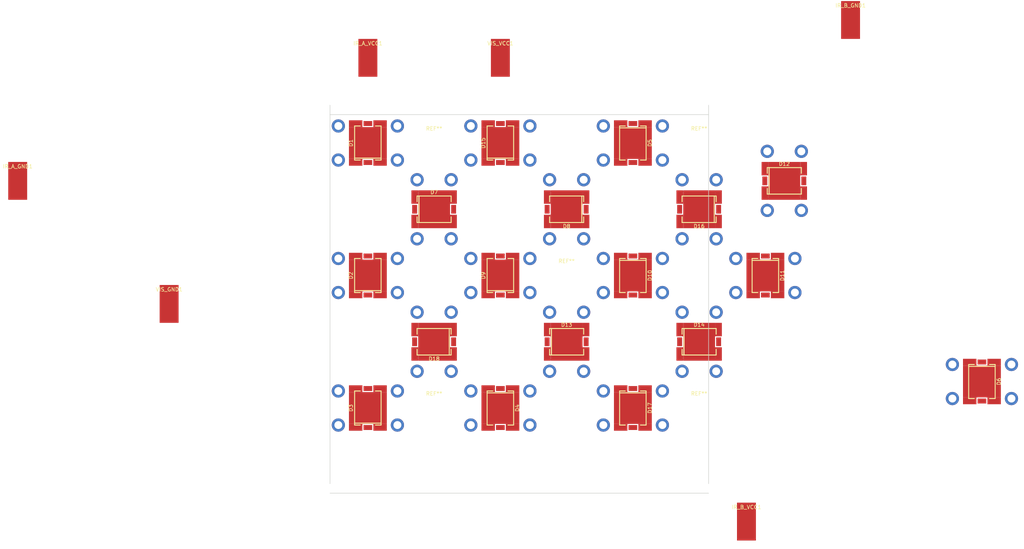
<source format=kicad_pcb>
(kicad_pcb (version 4) (host pcbnew 4.0.7+dfsg1-1~bpo9+1)

  (general
    (links 0)
    (no_connects 111)
    (area 99.924999 49.924999 200.075001 152.575001)
    (thickness 1.6)
    (drawings 4)
    (tracks 0)
    (zones 0)
    (modules 29)
    (nets 40)
  )

  (page A4)
  (layers
    (0 F.Cu signal)
    (31 B.Cu signal)
    (32 B.Adhes user)
    (33 F.Adhes user)
    (34 B.Paste user)
    (35 F.Paste user)
    (36 B.SilkS user)
    (37 F.SilkS user)
    (38 B.Mask user)
    (39 F.Mask user)
    (40 Dwgs.User user)
    (41 Cmts.User user)
    (42 Eco1.User user)
    (43 Eco2.User user)
    (44 Edge.Cuts user)
    (45 Margin user)
    (46 B.CrtYd user)
    (47 F.CrtYd user)
    (48 B.Fab user)
    (49 F.Fab user)
  )

  (setup
    (last_trace_width 0.25)
    (trace_clearance 0.2)
    (zone_clearance 0.508)
    (zone_45_only no)
    (trace_min 0.2)
    (segment_width 0.2)
    (edge_width 0.15)
    (via_size 0.6)
    (via_drill 0.4)
    (via_min_size 0.4)
    (via_min_drill 0.3)
    (uvia_size 0.3)
    (uvia_drill 0.1)
    (uvias_allowed no)
    (uvia_min_size 0.2)
    (uvia_min_drill 0.1)
    (pcb_text_width 0.3)
    (pcb_text_size 1.5 1.5)
    (mod_edge_width 0.15)
    (mod_text_size 1 1)
    (mod_text_width 0.15)
    (pad_size 1.524 1.524)
    (pad_drill 0.762)
    (pad_to_mask_clearance 0.2)
    (aux_axis_origin 0 0)
    (visible_elements FFFFFF7F)
    (pcbplotparams
      (layerselection 0x00030_80000001)
      (usegerberextensions false)
      (excludeedgelayer true)
      (linewidth 0.100000)
      (plotframeref false)
      (viasonmask false)
      (mode 1)
      (useauxorigin false)
      (hpglpennumber 1)
      (hpglpenspeed 20)
      (hpglpendiameter 15)
      (hpglpenoverlay 2)
      (psnegative false)
      (psa4output false)
      (plotreference true)
      (plotvalue true)
      (plotinvisibletext false)
      (padsonsilk false)
      (subtractmaskfromsilk false)
      (outputformat 1)
      (mirror false)
      (drillshape 1)
      (scaleselection 1)
      (outputdirectory ""))
  )

  (net 0 "")
  (net 1 "Net-(D1-Pad1)")
  (net 2 "Net-(D1-Pad2)")
  (net 3 "Net-(D1-Pad3)")
  (net 4 "Net-(D2-Pad1)")
  (net 5 "Net-(D2-Pad3)")
  (net 6 "Net-(D3-Pad1)")
  (net 7 "Net-(D3-Pad3)")
  (net 8 "Net-(D4-Pad1)")
  (net 9 "Net-(D4-Pad3)")
  (net 10 "Net-(D5-Pad1)")
  (net 11 "Net-(D5-Pad3)")
  (net 12 "Net-(D6-Pad1)")
  (net 13 "Net-(D6-Pad3)")
  (net 14 "Net-(D10-Pad2)")
  (net 15 "Net-(D7-Pad3)")
  (net 16 "Net-(D8-Pad3)")
  (net 17 "Net-(D9-Pad3)")
  (net 18 "Net-(D10-Pad1)")
  (net 19 "Net-(D10-Pad3)")
  (net 20 "Net-(D11-Pad1)")
  (net 21 "Net-(D11-Pad3)")
  (net 22 "Net-(D12-Pad1)")
  (net 23 "Net-(D12-Pad3)")
  (net 24 "Net-(D13-Pad1)")
  (net 25 "Net-(D13-Pad3)")
  (net 26 "Net-(D14-Pad1)")
  (net 27 "Net-(D14-Pad3)")
  (net 28 "Net-(D15-Pad1)")
  (net 29 "Net-(D15-Pad3)")
  (net 30 "Net-(D16-Pad1)")
  (net 31 "Net-(D16-Pad3)")
  (net 32 "Net-(D17-Pad1)")
  (net 33 "Net-(D17-Pad3)")
  (net 34 "Net-(D18-Pad1)")
  (net 35 "Net-(D18-Pad3)")
  (net 36 "Net-(D7-Pad1)")
  (net 37 "Net-(D8-Pad1)")
  (net 38 "Net-(D8-Pad2)")
  (net 39 "Net-(D15-Pad2)")

  (net_class Default "This is the default net class."
    (clearance 0.2)
    (trace_width 0.25)
    (via_dia 0.6)
    (via_drill 0.4)
    (uvia_dia 0.3)
    (uvia_drill 0.1)
    (add_net "Net-(D1-Pad1)")
    (add_net "Net-(D1-Pad2)")
    (add_net "Net-(D1-Pad3)")
    (add_net "Net-(D10-Pad1)")
    (add_net "Net-(D10-Pad2)")
    (add_net "Net-(D10-Pad3)")
    (add_net "Net-(D11-Pad1)")
    (add_net "Net-(D11-Pad3)")
    (add_net "Net-(D12-Pad1)")
    (add_net "Net-(D12-Pad3)")
    (add_net "Net-(D13-Pad1)")
    (add_net "Net-(D13-Pad3)")
    (add_net "Net-(D14-Pad1)")
    (add_net "Net-(D14-Pad3)")
    (add_net "Net-(D15-Pad1)")
    (add_net "Net-(D15-Pad2)")
    (add_net "Net-(D15-Pad3)")
    (add_net "Net-(D16-Pad1)")
    (add_net "Net-(D16-Pad3)")
    (add_net "Net-(D17-Pad1)")
    (add_net "Net-(D17-Pad3)")
    (add_net "Net-(D18-Pad1)")
    (add_net "Net-(D18-Pad3)")
    (add_net "Net-(D2-Pad1)")
    (add_net "Net-(D2-Pad3)")
    (add_net "Net-(D3-Pad1)")
    (add_net "Net-(D3-Pad3)")
    (add_net "Net-(D4-Pad1)")
    (add_net "Net-(D4-Pad3)")
    (add_net "Net-(D5-Pad1)")
    (add_net "Net-(D5-Pad3)")
    (add_net "Net-(D6-Pad1)")
    (add_net "Net-(D6-Pad3)")
    (add_net "Net-(D7-Pad1)")
    (add_net "Net-(D7-Pad3)")
    (add_net "Net-(D8-Pad1)")
    (add_net "Net-(D8-Pad2)")
    (add_net "Net-(D8-Pad3)")
    (add_net "Net-(D9-Pad3)")
  )

  (module Wire_Pads:SolderWirePad_single_SMD_5x10mm (layer F.Cu) (tedit 5640A485) (tstamp 5A9975DC)
    (at 17.5 70)
    (descr "Wire Pad, Square, SMD Pad,  5mm x 10mm,")
    (tags "MesurementPoint Square SMDPad 5mmx10mm ")
    (path /5A998D53)
    (attr smd)
    (fp_text reference IR_A_GND1 (at 0 -3.81) (layer F.SilkS)
      (effects (font (size 1 1) (thickness 0.15)))
    )
    (fp_text value Conn_01x01 (at 0 6.35) (layer F.Fab)
      (effects (font (size 1 1) (thickness 0.15)))
    )
    (fp_line (start 2.75 -5.25) (end -2.75 -5.25) (layer F.CrtYd) (width 0.05))
    (fp_line (start 2.75 5.25) (end 2.75 -5.25) (layer F.CrtYd) (width 0.05))
    (fp_line (start -2.75 5.25) (end 2.75 5.25) (layer F.CrtYd) (width 0.05))
    (fp_line (start -2.75 -5.25) (end -2.75 5.25) (layer F.CrtYd) (width 0.05))
    (pad 1 smd rect (at 0 0) (size 5 10) (layers F.Cu F.Paste F.Mask)
      (net 36 "Net-(D7-Pad1)"))
  )

  (module Wire_Pads:SolderWirePad_single_SMD_5x10mm (layer F.Cu) (tedit 5640A485) (tstamp 5A9975E1)
    (at 110 37.5)
    (descr "Wire Pad, Square, SMD Pad,  5mm x 10mm,")
    (tags "MesurementPoint Square SMDPad 5mmx10mm ")
    (path /5A998A4E)
    (attr smd)
    (fp_text reference IR_A_VCC1 (at 0 -3.81) (layer F.SilkS)
      (effects (font (size 1 1) (thickness 0.15)))
    )
    (fp_text value Conn_01x01 (at 0 6.35) (layer F.Fab)
      (effects (font (size 1 1) (thickness 0.15)))
    )
    (fp_line (start 2.75 -5.25) (end -2.75 -5.25) (layer F.CrtYd) (width 0.05))
    (fp_line (start 2.75 5.25) (end 2.75 -5.25) (layer F.CrtYd) (width 0.05))
    (fp_line (start -2.75 5.25) (end 2.75 5.25) (layer F.CrtYd) (width 0.05))
    (fp_line (start -2.75 -5.25) (end -2.75 5.25) (layer F.CrtYd) (width 0.05))
    (pad 1 smd rect (at 0 0) (size 5 10) (layers F.Cu F.Paste F.Mask)
      (net 2 "Net-(D1-Pad2)"))
  )

  (module Wire_Pads:SolderWirePad_single_SMD_5x10mm (layer F.Cu) (tedit 5640A485) (tstamp 5A9975E6)
    (at 237.5 27.5)
    (descr "Wire Pad, Square, SMD Pad,  5mm x 10mm,")
    (tags "MesurementPoint Square SMDPad 5mmx10mm ")
    (path /5A998E7D)
    (attr smd)
    (fp_text reference IR_B_GND1 (at 0 -3.81) (layer F.SilkS)
      (effects (font (size 1 1) (thickness 0.15)))
    )
    (fp_text value Conn_01x01 (at 0 6.35) (layer F.Fab)
      (effects (font (size 1 1) (thickness 0.15)))
    )
    (fp_line (start 2.75 -5.25) (end -2.75 -5.25) (layer F.CrtYd) (width 0.05))
    (fp_line (start 2.75 5.25) (end 2.75 -5.25) (layer F.CrtYd) (width 0.05))
    (fp_line (start -2.75 5.25) (end 2.75 5.25) (layer F.CrtYd) (width 0.05))
    (fp_line (start -2.75 -5.25) (end -2.75 5.25) (layer F.CrtYd) (width 0.05))
    (pad 1 smd rect (at 0 0) (size 5 10) (layers F.Cu F.Paste F.Mask)
      (net 26 "Net-(D14-Pad1)"))
  )

  (module Wire_Pads:SolderWirePad_single_SMD_5x10mm (layer F.Cu) (tedit 5640A485) (tstamp 5A9975EB)
    (at 210 160)
    (descr "Wire Pad, Square, SMD Pad,  5mm x 10mm,")
    (tags "MesurementPoint Square SMDPad 5mmx10mm ")
    (path /5A998DDC)
    (attr smd)
    (fp_text reference IR_B_VCC1 (at 0 -3.81) (layer F.SilkS)
      (effects (font (size 1 1) (thickness 0.15)))
    )
    (fp_text value Conn_01x01 (at 0 6.35) (layer F.Fab)
      (effects (font (size 1 1) (thickness 0.15)))
    )
    (fp_line (start 2.75 -5.25) (end -2.75 -5.25) (layer F.CrtYd) (width 0.05))
    (fp_line (start 2.75 5.25) (end 2.75 -5.25) (layer F.CrtYd) (width 0.05))
    (fp_line (start -2.75 5.25) (end 2.75 5.25) (layer F.CrtYd) (width 0.05))
    (fp_line (start -2.75 -5.25) (end -2.75 5.25) (layer F.CrtYd) (width 0.05))
    (pad 1 smd rect (at 0 0) (size 5 10) (layers F.Cu F.Paste F.Mask)
      (net 38 "Net-(D8-Pad2)"))
  )

  (module Wire_Pads:SolderWirePad_single_SMD_5x10mm (layer F.Cu) (tedit 5640A485) (tstamp 5A9975F0)
    (at 57.5 102.5)
    (descr "Wire Pad, Square, SMD Pad,  5mm x 10mm,")
    (tags "MesurementPoint Square SMDPad 5mmx10mm ")
    (path /5A9990DD)
    (attr smd)
    (fp_text reference VIS_GND1 (at 0 -3.81) (layer F.SilkS)
      (effects (font (size 1 1) (thickness 0.15)))
    )
    (fp_text value Conn_01x01 (at 0 6.35) (layer F.Fab)
      (effects (font (size 1 1) (thickness 0.15)))
    )
    (fp_line (start 2.75 -5.25) (end -2.75 -5.25) (layer F.CrtYd) (width 0.05))
    (fp_line (start 2.75 5.25) (end 2.75 -5.25) (layer F.CrtYd) (width 0.05))
    (fp_line (start -2.75 5.25) (end 2.75 5.25) (layer F.CrtYd) (width 0.05))
    (fp_line (start -2.75 -5.25) (end -2.75 5.25) (layer F.CrtYd) (width 0.05))
    (pad 1 smd rect (at 0 0) (size 5 10) (layers F.Cu F.Paste F.Mask)
      (net 34 "Net-(D18-Pad1)"))
  )

  (module Wire_Pads:SolderWirePad_single_SMD_5x10mm (layer F.Cu) (tedit 5640A485) (tstamp 5A9975F5)
    (at 145 37.5)
    (descr "Wire Pad, Square, SMD Pad,  5mm x 10mm,")
    (tags "MesurementPoint Square SMDPad 5mmx10mm ")
    (path /5A998FB7)
    (attr smd)
    (fp_text reference VIS_VCC1 (at 0 -3.81) (layer F.SilkS)
      (effects (font (size 1 1) (thickness 0.15)))
    )
    (fp_text value Conn_01x01 (at 0 6.35) (layer F.Fab)
      (effects (font (size 1 1) (thickness 0.15)))
    )
    (fp_line (start 2.75 -5.25) (end -2.75 -5.25) (layer F.CrtYd) (width 0.05))
    (fp_line (start 2.75 5.25) (end 2.75 -5.25) (layer F.CrtYd) (width 0.05))
    (fp_line (start -2.75 5.25) (end 2.75 5.25) (layer F.CrtYd) (width 0.05))
    (fp_line (start -2.75 -5.25) (end -2.75 5.25) (layer F.CrtYd) (width 0.05))
    (pad 1 smd rect (at 0 0) (size 5 10) (layers F.Cu F.Paste F.Mask)
      (net 39 "Net-(D15-Pad2)"))
  )

  (module FORT:OSRAM_Platinium_Dragon_Reflector (layer F.Cu) (tedit 5A997B50) (tstamp 5A9975D7)
    (at 127.5 112.5)
    (path /5A998189)
    (fp_text reference D18 (at 0 4.5) (layer F.SilkS)
      (effects (font (size 1 1) (thickness 0.15)))
    )
    (fp_text value "White 4000K 3W" (at 0 -4.6) (layer F.Fab)
      (effects (font (size 1 1) (thickness 0.15)))
    )
    (fp_circle (center 0 0) (end 11 0) (layer Cmts.User) (width 0.25))
    (fp_line (start 4 3.5) (end 4 -3.5) (layer F.SilkS) (width 0.25))
    (fp_line (start 4.5 3.5) (end 4.5 2) (layer F.SilkS) (width 0.25))
    (fp_line (start -4.5 3.5) (end 4.5 3.5) (layer F.SilkS) (width 0.25))
    (fp_line (start -4.5 2) (end -4.5 3.5) (layer F.SilkS) (width 0.25))
    (fp_line (start 4.5 -3.5) (end 4.5 -2) (layer F.SilkS) (width 0.25))
    (fp_line (start -4.5 -3.5) (end 4.5 -3.5) (layer F.SilkS) (width 0.25))
    (fp_line (start -4.5 -2) (end -4.5 -3.5) (layer F.SilkS) (width 0.25))
    (fp_line (start -3.5 3) (end -3.5 -3) (layer Cmts.User) (width 0.15))
    (fp_line (start 3.5 3) (end -3.5 3) (layer Cmts.User) (width 0.15))
    (fp_line (start 3.5 -3) (end 3.5 3) (layer Cmts.User) (width 0.15))
    (fp_line (start -3.5 -3) (end 3.5 -3) (layer Cmts.User) (width 0.15))
    (pad 2 smd rect (at -5.15 0) (size 1.3 2.3) (layers F.Cu F.Paste F.Mask)
      (net 32 "Net-(D17-Pad1)") (solder_mask_margin 0.3))
    (pad 1 smd rect (at 5.15 0) (size 1.3 2.3) (layers F.Cu F.Paste F.Mask)
      (net 34 "Net-(D18-Pad1)") (solder_mask_margin 0.3))
    (pad 3 smd circle (at 0 0) (size 2.5 2.5) (layers F.Paste F.Mask)
      (net 35 "Net-(D18-Pad3)") (solder_mask_margin 0.75))
    (pad 3 smd rect (at 0 0) (size 8.4 10) (layers F.Cu)
      (net 35 "Net-(D18-Pad3)"))
    (pad 3 smd rect (at -5.1 3.225) (size 1.8 3.55) (layers F.Cu)
      (net 35 "Net-(D18-Pad3)"))
    (pad 3 smd rect (at 5.1 -3.225) (size 1.8 3.55) (layers F.Cu)
      (net 35 "Net-(D18-Pad3)"))
    (pad 3 smd rect (at -5.1 -3.225) (size 1.8 3.55) (layers F.Cu)
      (net 35 "Net-(D18-Pad3)"))
    (pad 3 smd rect (at 5.1 3.225) (size 1.8 3.55) (layers F.Cu)
      (net 35 "Net-(D18-Pad3)"))
    (pad "" np_thru_hole circle (at -4.5 7.8) (size 3.5 3.5) (drill 2.1) (layers *.Cu *.Mask))
    (pad "" np_thru_hole circle (at 4.5 -7.8) (size 3.5 3.5) (drill 2.1) (layers *.Cu *.Mask))
    (pad "" np_thru_hole circle (at -4.5 -7.8 90) (size 3.5 3.5) (drill 2.1) (layers *.Cu *.Mask))
    (pad "" np_thru_hole circle (at 4.5 7.8) (size 3.5 3.5) (drill 2.1) (layers *.Cu *.Mask))
  )

  (module FORT:OSRAM_Platinium_Dragon_Reflector (layer F.Cu) (tedit 5A997B50) (tstamp 5A9975BB)
    (at 180 130 90)
    (path /5A998181)
    (fp_text reference D17 (at 0 4.5 90) (layer F.SilkS)
      (effects (font (size 1 1) (thickness 0.15)))
    )
    (fp_text value "White 4000K 3W" (at 0 -4.6 90) (layer F.Fab)
      (effects (font (size 1 1) (thickness 0.15)))
    )
    (fp_circle (center 0 0) (end 11 0) (layer Cmts.User) (width 0.25))
    (fp_line (start 4 3.5) (end 4 -3.5) (layer F.SilkS) (width 0.25))
    (fp_line (start 4.5 3.5) (end 4.5 2) (layer F.SilkS) (width 0.25))
    (fp_line (start -4.5 3.5) (end 4.5 3.5) (layer F.SilkS) (width 0.25))
    (fp_line (start -4.5 2) (end -4.5 3.5) (layer F.SilkS) (width 0.25))
    (fp_line (start 4.5 -3.5) (end 4.5 -2) (layer F.SilkS) (width 0.25))
    (fp_line (start -4.5 -3.5) (end 4.5 -3.5) (layer F.SilkS) (width 0.25))
    (fp_line (start -4.5 -2) (end -4.5 -3.5) (layer F.SilkS) (width 0.25))
    (fp_line (start -3.5 3) (end -3.5 -3) (layer Cmts.User) (width 0.15))
    (fp_line (start 3.5 3) (end -3.5 3) (layer Cmts.User) (width 0.15))
    (fp_line (start 3.5 -3) (end 3.5 3) (layer Cmts.User) (width 0.15))
    (fp_line (start -3.5 -3) (end 3.5 -3) (layer Cmts.User) (width 0.15))
    (pad 2 smd rect (at -5.15 0 90) (size 1.3 2.3) (layers F.Cu F.Paste F.Mask)
      (net 30 "Net-(D16-Pad1)") (solder_mask_margin 0.3))
    (pad 1 smd rect (at 5.15 0 90) (size 1.3 2.3) (layers F.Cu F.Paste F.Mask)
      (net 32 "Net-(D17-Pad1)") (solder_mask_margin 0.3))
    (pad 3 smd circle (at 0 0 90) (size 2.5 2.5) (layers F.Paste F.Mask)
      (net 33 "Net-(D17-Pad3)") (solder_mask_margin 0.75))
    (pad 3 smd rect (at 0 0 90) (size 8.4 10) (layers F.Cu)
      (net 33 "Net-(D17-Pad3)"))
    (pad 3 smd rect (at -5.1 3.225 90) (size 1.8 3.55) (layers F.Cu)
      (net 33 "Net-(D17-Pad3)"))
    (pad 3 smd rect (at 5.1 -3.225 90) (size 1.8 3.55) (layers F.Cu)
      (net 33 "Net-(D17-Pad3)"))
    (pad 3 smd rect (at -5.1 -3.225 90) (size 1.8 3.55) (layers F.Cu)
      (net 33 "Net-(D17-Pad3)"))
    (pad 3 smd rect (at 5.1 3.225 90) (size 1.8 3.55) (layers F.Cu)
      (net 33 "Net-(D17-Pad3)"))
    (pad "" np_thru_hole circle (at -4.5 7.8 90) (size 3.5 3.5) (drill 2.1) (layers *.Cu *.Mask))
    (pad "" np_thru_hole circle (at 4.5 -7.8 90) (size 3.5 3.5) (drill 2.1) (layers *.Cu *.Mask))
    (pad "" np_thru_hole circle (at -4.5 -7.8 180) (size 3.5 3.5) (drill 2.1) (layers *.Cu *.Mask))
    (pad "" np_thru_hole circle (at 4.5 7.8 90) (size 3.5 3.5) (drill 2.1) (layers *.Cu *.Mask))
  )

  (module FORT:OSRAM_Platinium_Dragon_Reflector (layer F.Cu) (tedit 5A997B50) (tstamp 5A99759F)
    (at 197.5 77.5)
    (path /5A997FFD)
    (fp_text reference D16 (at 0 4.5) (layer F.SilkS)
      (effects (font (size 1 1) (thickness 0.15)))
    )
    (fp_text value "White 4000K 3W" (at 0 -4.6) (layer F.Fab)
      (effects (font (size 1 1) (thickness 0.15)))
    )
    (fp_circle (center 0 0) (end 11 0) (layer Cmts.User) (width 0.25))
    (fp_line (start 4 3.5) (end 4 -3.5) (layer F.SilkS) (width 0.25))
    (fp_line (start 4.5 3.5) (end 4.5 2) (layer F.SilkS) (width 0.25))
    (fp_line (start -4.5 3.5) (end 4.5 3.5) (layer F.SilkS) (width 0.25))
    (fp_line (start -4.5 2) (end -4.5 3.5) (layer F.SilkS) (width 0.25))
    (fp_line (start 4.5 -3.5) (end 4.5 -2) (layer F.SilkS) (width 0.25))
    (fp_line (start -4.5 -3.5) (end 4.5 -3.5) (layer F.SilkS) (width 0.25))
    (fp_line (start -4.5 -2) (end -4.5 -3.5) (layer F.SilkS) (width 0.25))
    (fp_line (start -3.5 3) (end -3.5 -3) (layer Cmts.User) (width 0.15))
    (fp_line (start 3.5 3) (end -3.5 3) (layer Cmts.User) (width 0.15))
    (fp_line (start 3.5 -3) (end 3.5 3) (layer Cmts.User) (width 0.15))
    (fp_line (start -3.5 -3) (end 3.5 -3) (layer Cmts.User) (width 0.15))
    (pad 2 smd rect (at -5.15 0) (size 1.3 2.3) (layers F.Cu F.Paste F.Mask)
      (net 28 "Net-(D15-Pad1)") (solder_mask_margin 0.3))
    (pad 1 smd rect (at 5.15 0) (size 1.3 2.3) (layers F.Cu F.Paste F.Mask)
      (net 30 "Net-(D16-Pad1)") (solder_mask_margin 0.3))
    (pad 3 smd circle (at 0 0) (size 2.5 2.5) (layers F.Paste F.Mask)
      (net 31 "Net-(D16-Pad3)") (solder_mask_margin 0.75))
    (pad 3 smd rect (at 0 0) (size 8.4 10) (layers F.Cu)
      (net 31 "Net-(D16-Pad3)"))
    (pad 3 smd rect (at -5.1 3.225) (size 1.8 3.55) (layers F.Cu)
      (net 31 "Net-(D16-Pad3)"))
    (pad 3 smd rect (at 5.1 -3.225) (size 1.8 3.55) (layers F.Cu)
      (net 31 "Net-(D16-Pad3)"))
    (pad 3 smd rect (at -5.1 -3.225) (size 1.8 3.55) (layers F.Cu)
      (net 31 "Net-(D16-Pad3)"))
    (pad 3 smd rect (at 5.1 3.225) (size 1.8 3.55) (layers F.Cu)
      (net 31 "Net-(D16-Pad3)"))
    (pad "" np_thru_hole circle (at -4.5 7.8) (size 3.5 3.5) (drill 2.1) (layers *.Cu *.Mask))
    (pad "" np_thru_hole circle (at 4.5 -7.8) (size 3.5 3.5) (drill 2.1) (layers *.Cu *.Mask))
    (pad "" np_thru_hole circle (at -4.5 -7.8 90) (size 3.5 3.5) (drill 2.1) (layers *.Cu *.Mask))
    (pad "" np_thru_hole circle (at 4.5 7.8) (size 3.5 3.5) (drill 2.1) (layers *.Cu *.Mask))
  )

  (module FORT:OSRAM_Platinium_Dragon_Reflector (layer F.Cu) (tedit 5A997B50) (tstamp 5A997583)
    (at 145 60 270)
    (path /5A997AD1)
    (fp_text reference D15 (at 0 4.5 270) (layer F.SilkS)
      (effects (font (size 1 1) (thickness 0.15)))
    )
    (fp_text value "White 4000K 3W" (at 0 -4.6 270) (layer F.Fab)
      (effects (font (size 1 1) (thickness 0.15)))
    )
    (fp_circle (center 0 0) (end 11 0) (layer Cmts.User) (width 0.25))
    (fp_line (start 4 3.5) (end 4 -3.5) (layer F.SilkS) (width 0.25))
    (fp_line (start 4.5 3.5) (end 4.5 2) (layer F.SilkS) (width 0.25))
    (fp_line (start -4.5 3.5) (end 4.5 3.5) (layer F.SilkS) (width 0.25))
    (fp_line (start -4.5 2) (end -4.5 3.5) (layer F.SilkS) (width 0.25))
    (fp_line (start 4.5 -3.5) (end 4.5 -2) (layer F.SilkS) (width 0.25))
    (fp_line (start -4.5 -3.5) (end 4.5 -3.5) (layer F.SilkS) (width 0.25))
    (fp_line (start -4.5 -2) (end -4.5 -3.5) (layer F.SilkS) (width 0.25))
    (fp_line (start -3.5 3) (end -3.5 -3) (layer Cmts.User) (width 0.15))
    (fp_line (start 3.5 3) (end -3.5 3) (layer Cmts.User) (width 0.15))
    (fp_line (start 3.5 -3) (end 3.5 3) (layer Cmts.User) (width 0.15))
    (fp_line (start -3.5 -3) (end 3.5 -3) (layer Cmts.User) (width 0.15))
    (pad 2 smd rect (at -5.15 0 270) (size 1.3 2.3) (layers F.Cu F.Paste F.Mask)
      (net 39 "Net-(D15-Pad2)") (solder_mask_margin 0.3))
    (pad 1 smd rect (at 5.15 0 270) (size 1.3 2.3) (layers F.Cu F.Paste F.Mask)
      (net 28 "Net-(D15-Pad1)") (solder_mask_margin 0.3))
    (pad 3 smd circle (at 0 0 270) (size 2.5 2.5) (layers F.Paste F.Mask)
      (net 29 "Net-(D15-Pad3)") (solder_mask_margin 0.75))
    (pad 3 smd rect (at 0 0 270) (size 8.4 10) (layers F.Cu)
      (net 29 "Net-(D15-Pad3)"))
    (pad 3 smd rect (at -5.1 3.225 270) (size 1.8 3.55) (layers F.Cu)
      (net 29 "Net-(D15-Pad3)"))
    (pad 3 smd rect (at 5.1 -3.225 270) (size 1.8 3.55) (layers F.Cu)
      (net 29 "Net-(D15-Pad3)"))
    (pad 3 smd rect (at -5.1 -3.225 270) (size 1.8 3.55) (layers F.Cu)
      (net 29 "Net-(D15-Pad3)"))
    (pad 3 smd rect (at 5.1 3.225 270) (size 1.8 3.55) (layers F.Cu)
      (net 29 "Net-(D15-Pad3)"))
    (pad "" np_thru_hole circle (at -4.5 7.8 270) (size 3.5 3.5) (drill 2.1) (layers *.Cu *.Mask))
    (pad "" np_thru_hole circle (at 4.5 -7.8 270) (size 3.5 3.5) (drill 2.1) (layers *.Cu *.Mask))
    (pad "" np_thru_hole circle (at -4.5 -7.8) (size 3.5 3.5) (drill 2.1) (layers *.Cu *.Mask))
    (pad "" np_thru_hole circle (at 4.5 7.8 270) (size 3.5 3.5) (drill 2.1) (layers *.Cu *.Mask))
  )

  (module FORT:OSRAM_Platinium_Dragon_Reflector (layer F.Cu) (tedit 5A997B50) (tstamp 5A997567)
    (at 197.5 112.5 180)
    (path /5A997A72)
    (fp_text reference D14 (at 0 4.5 180) (layer F.SilkS)
      (effects (font (size 1 1) (thickness 0.15)))
    )
    (fp_text value "NIR 850nm 3W" (at 0 -4.6 180) (layer F.Fab)
      (effects (font (size 1 1) (thickness 0.15)))
    )
    (fp_circle (center 0 0) (end 11 0) (layer Cmts.User) (width 0.25))
    (fp_line (start 4 3.5) (end 4 -3.5) (layer F.SilkS) (width 0.25))
    (fp_line (start 4.5 3.5) (end 4.5 2) (layer F.SilkS) (width 0.25))
    (fp_line (start -4.5 3.5) (end 4.5 3.5) (layer F.SilkS) (width 0.25))
    (fp_line (start -4.5 2) (end -4.5 3.5) (layer F.SilkS) (width 0.25))
    (fp_line (start 4.5 -3.5) (end 4.5 -2) (layer F.SilkS) (width 0.25))
    (fp_line (start -4.5 -3.5) (end 4.5 -3.5) (layer F.SilkS) (width 0.25))
    (fp_line (start -4.5 -2) (end -4.5 -3.5) (layer F.SilkS) (width 0.25))
    (fp_line (start -3.5 3) (end -3.5 -3) (layer Cmts.User) (width 0.15))
    (fp_line (start 3.5 3) (end -3.5 3) (layer Cmts.User) (width 0.15))
    (fp_line (start 3.5 -3) (end 3.5 3) (layer Cmts.User) (width 0.15))
    (fp_line (start -3.5 -3) (end 3.5 -3) (layer Cmts.User) (width 0.15))
    (pad 2 smd rect (at -5.15 0 180) (size 1.3 2.3) (layers F.Cu F.Paste F.Mask)
      (net 24 "Net-(D13-Pad1)") (solder_mask_margin 0.3))
    (pad 1 smd rect (at 5.15 0 180) (size 1.3 2.3) (layers F.Cu F.Paste F.Mask)
      (net 26 "Net-(D14-Pad1)") (solder_mask_margin 0.3))
    (pad 3 smd circle (at 0 0 180) (size 2.5 2.5) (layers F.Paste F.Mask)
      (net 27 "Net-(D14-Pad3)") (solder_mask_margin 0.75))
    (pad 3 smd rect (at 0 0 180) (size 8.4 10) (layers F.Cu)
      (net 27 "Net-(D14-Pad3)"))
    (pad 3 smd rect (at -5.1 3.225 180) (size 1.8 3.55) (layers F.Cu)
      (net 27 "Net-(D14-Pad3)"))
    (pad 3 smd rect (at 5.1 -3.225 180) (size 1.8 3.55) (layers F.Cu)
      (net 27 "Net-(D14-Pad3)"))
    (pad 3 smd rect (at -5.1 -3.225 180) (size 1.8 3.55) (layers F.Cu)
      (net 27 "Net-(D14-Pad3)"))
    (pad 3 smd rect (at 5.1 3.225 180) (size 1.8 3.55) (layers F.Cu)
      (net 27 "Net-(D14-Pad3)"))
    (pad "" np_thru_hole circle (at -4.5 7.8 180) (size 3.5 3.5) (drill 2.1) (layers *.Cu *.Mask))
    (pad "" np_thru_hole circle (at 4.5 -7.8 180) (size 3.5 3.5) (drill 2.1) (layers *.Cu *.Mask))
    (pad "" np_thru_hole circle (at -4.5 -7.8 270) (size 3.5 3.5) (drill 2.1) (layers *.Cu *.Mask))
    (pad "" np_thru_hole circle (at 4.5 7.8 180) (size 3.5 3.5) (drill 2.1) (layers *.Cu *.Mask))
  )

  (module FORT:OSRAM_Platinium_Dragon_Reflector (layer F.Cu) (tedit 5A997B50) (tstamp 5A99754B)
    (at 162.5 112.5 180)
    (path /5A997A6A)
    (fp_text reference D13 (at 0 4.5 180) (layer F.SilkS)
      (effects (font (size 1 1) (thickness 0.15)))
    )
    (fp_text value "NIR 850nm 3W" (at 0 -4.6 180) (layer F.Fab)
      (effects (font (size 1 1) (thickness 0.15)))
    )
    (fp_circle (center 0 0) (end 11 0) (layer Cmts.User) (width 0.25))
    (fp_line (start 4 3.5) (end 4 -3.5) (layer F.SilkS) (width 0.25))
    (fp_line (start 4.5 3.5) (end 4.5 2) (layer F.SilkS) (width 0.25))
    (fp_line (start -4.5 3.5) (end 4.5 3.5) (layer F.SilkS) (width 0.25))
    (fp_line (start -4.5 2) (end -4.5 3.5) (layer F.SilkS) (width 0.25))
    (fp_line (start 4.5 -3.5) (end 4.5 -2) (layer F.SilkS) (width 0.25))
    (fp_line (start -4.5 -3.5) (end 4.5 -3.5) (layer F.SilkS) (width 0.25))
    (fp_line (start -4.5 -2) (end -4.5 -3.5) (layer F.SilkS) (width 0.25))
    (fp_line (start -3.5 3) (end -3.5 -3) (layer Cmts.User) (width 0.15))
    (fp_line (start 3.5 3) (end -3.5 3) (layer Cmts.User) (width 0.15))
    (fp_line (start 3.5 -3) (end 3.5 3) (layer Cmts.User) (width 0.15))
    (fp_line (start -3.5 -3) (end 3.5 -3) (layer Cmts.User) (width 0.15))
    (pad 2 smd rect (at -5.15 0 180) (size 1.3 2.3) (layers F.Cu F.Paste F.Mask)
      (net 22 "Net-(D12-Pad1)") (solder_mask_margin 0.3))
    (pad 1 smd rect (at 5.15 0 180) (size 1.3 2.3) (layers F.Cu F.Paste F.Mask)
      (net 24 "Net-(D13-Pad1)") (solder_mask_margin 0.3))
    (pad 3 smd circle (at 0 0 180) (size 2.5 2.5) (layers F.Paste F.Mask)
      (net 25 "Net-(D13-Pad3)") (solder_mask_margin 0.75))
    (pad 3 smd rect (at 0 0 180) (size 8.4 10) (layers F.Cu)
      (net 25 "Net-(D13-Pad3)"))
    (pad 3 smd rect (at -5.1 3.225 180) (size 1.8 3.55) (layers F.Cu)
      (net 25 "Net-(D13-Pad3)"))
    (pad 3 smd rect (at 5.1 -3.225 180) (size 1.8 3.55) (layers F.Cu)
      (net 25 "Net-(D13-Pad3)"))
    (pad 3 smd rect (at -5.1 -3.225 180) (size 1.8 3.55) (layers F.Cu)
      (net 25 "Net-(D13-Pad3)"))
    (pad 3 smd rect (at 5.1 3.225 180) (size 1.8 3.55) (layers F.Cu)
      (net 25 "Net-(D13-Pad3)"))
    (pad "" np_thru_hole circle (at -4.5 7.8 180) (size 3.5 3.5) (drill 2.1) (layers *.Cu *.Mask))
    (pad "" np_thru_hole circle (at 4.5 -7.8 180) (size 3.5 3.5) (drill 2.1) (layers *.Cu *.Mask))
    (pad "" np_thru_hole circle (at -4.5 -7.8 270) (size 3.5 3.5) (drill 2.1) (layers *.Cu *.Mask))
    (pad "" np_thru_hole circle (at 4.5 7.8 180) (size 3.5 3.5) (drill 2.1) (layers *.Cu *.Mask))
  )

  (module FORT:OSRAM_Platinium_Dragon_Reflector (layer F.Cu) (tedit 5A997B50) (tstamp 5A99752F)
    (at 220 70 180)
    (path /5A997A62)
    (fp_text reference D12 (at 0 4.5 180) (layer F.SilkS)
      (effects (font (size 1 1) (thickness 0.15)))
    )
    (fp_text value "NIR 850nm 3W" (at 0 -4.6 180) (layer F.Fab)
      (effects (font (size 1 1) (thickness 0.15)))
    )
    (fp_circle (center 0 0) (end 11 0) (layer Cmts.User) (width 0.25))
    (fp_line (start 4 3.5) (end 4 -3.5) (layer F.SilkS) (width 0.25))
    (fp_line (start 4.5 3.5) (end 4.5 2) (layer F.SilkS) (width 0.25))
    (fp_line (start -4.5 3.5) (end 4.5 3.5) (layer F.SilkS) (width 0.25))
    (fp_line (start -4.5 2) (end -4.5 3.5) (layer F.SilkS) (width 0.25))
    (fp_line (start 4.5 -3.5) (end 4.5 -2) (layer F.SilkS) (width 0.25))
    (fp_line (start -4.5 -3.5) (end 4.5 -3.5) (layer F.SilkS) (width 0.25))
    (fp_line (start -4.5 -2) (end -4.5 -3.5) (layer F.SilkS) (width 0.25))
    (fp_line (start -3.5 3) (end -3.5 -3) (layer Cmts.User) (width 0.15))
    (fp_line (start 3.5 3) (end -3.5 3) (layer Cmts.User) (width 0.15))
    (fp_line (start 3.5 -3) (end 3.5 3) (layer Cmts.User) (width 0.15))
    (fp_line (start -3.5 -3) (end 3.5 -3) (layer Cmts.User) (width 0.15))
    (pad 2 smd rect (at -5.15 0 180) (size 1.3 2.3) (layers F.Cu F.Paste F.Mask)
      (net 20 "Net-(D11-Pad1)") (solder_mask_margin 0.3))
    (pad 1 smd rect (at 5.15 0 180) (size 1.3 2.3) (layers F.Cu F.Paste F.Mask)
      (net 22 "Net-(D12-Pad1)") (solder_mask_margin 0.3))
    (pad 3 smd circle (at 0 0 180) (size 2.5 2.5) (layers F.Paste F.Mask)
      (net 23 "Net-(D12-Pad3)") (solder_mask_margin 0.75))
    (pad 3 smd rect (at 0 0 180) (size 8.4 10) (layers F.Cu)
      (net 23 "Net-(D12-Pad3)"))
    (pad 3 smd rect (at -5.1 3.225 180) (size 1.8 3.55) (layers F.Cu)
      (net 23 "Net-(D12-Pad3)"))
    (pad 3 smd rect (at 5.1 -3.225 180) (size 1.8 3.55) (layers F.Cu)
      (net 23 "Net-(D12-Pad3)"))
    (pad 3 smd rect (at -5.1 -3.225 180) (size 1.8 3.55) (layers F.Cu)
      (net 23 "Net-(D12-Pad3)"))
    (pad 3 smd rect (at 5.1 3.225 180) (size 1.8 3.55) (layers F.Cu)
      (net 23 "Net-(D12-Pad3)"))
    (pad "" np_thru_hole circle (at -4.5 7.8 180) (size 3.5 3.5) (drill 2.1) (layers *.Cu *.Mask))
    (pad "" np_thru_hole circle (at 4.5 -7.8 180) (size 3.5 3.5) (drill 2.1) (layers *.Cu *.Mask))
    (pad "" np_thru_hole circle (at -4.5 -7.8 270) (size 3.5 3.5) (drill 2.1) (layers *.Cu *.Mask))
    (pad "" np_thru_hole circle (at 4.5 7.8 180) (size 3.5 3.5) (drill 2.1) (layers *.Cu *.Mask))
  )

  (module FORT:OSRAM_Platinium_Dragon_Reflector (layer F.Cu) (tedit 5A997B50) (tstamp 5A997513)
    (at 215 95 90)
    (path /5A997A5A)
    (fp_text reference D11 (at 0 4.5 90) (layer F.SilkS)
      (effects (font (size 1 1) (thickness 0.15)))
    )
    (fp_text value "NIR 850nm 3W" (at 0 -4.6 90) (layer F.Fab)
      (effects (font (size 1 1) (thickness 0.15)))
    )
    (fp_circle (center 0 0) (end 11 0) (layer Cmts.User) (width 0.25))
    (fp_line (start 4 3.5) (end 4 -3.5) (layer F.SilkS) (width 0.25))
    (fp_line (start 4.5 3.5) (end 4.5 2) (layer F.SilkS) (width 0.25))
    (fp_line (start -4.5 3.5) (end 4.5 3.5) (layer F.SilkS) (width 0.25))
    (fp_line (start -4.5 2) (end -4.5 3.5) (layer F.SilkS) (width 0.25))
    (fp_line (start 4.5 -3.5) (end 4.5 -2) (layer F.SilkS) (width 0.25))
    (fp_line (start -4.5 -3.5) (end 4.5 -3.5) (layer F.SilkS) (width 0.25))
    (fp_line (start -4.5 -2) (end -4.5 -3.5) (layer F.SilkS) (width 0.25))
    (fp_line (start -3.5 3) (end -3.5 -3) (layer Cmts.User) (width 0.15))
    (fp_line (start 3.5 3) (end -3.5 3) (layer Cmts.User) (width 0.15))
    (fp_line (start 3.5 -3) (end 3.5 3) (layer Cmts.User) (width 0.15))
    (fp_line (start -3.5 -3) (end 3.5 -3) (layer Cmts.User) (width 0.15))
    (pad 2 smd rect (at -5.15 0 90) (size 1.3 2.3) (layers F.Cu F.Paste F.Mask)
      (net 18 "Net-(D10-Pad1)") (solder_mask_margin 0.3))
    (pad 1 smd rect (at 5.15 0 90) (size 1.3 2.3) (layers F.Cu F.Paste F.Mask)
      (net 20 "Net-(D11-Pad1)") (solder_mask_margin 0.3))
    (pad 3 smd circle (at 0 0 90) (size 2.5 2.5) (layers F.Paste F.Mask)
      (net 21 "Net-(D11-Pad3)") (solder_mask_margin 0.75))
    (pad 3 smd rect (at 0 0 90) (size 8.4 10) (layers F.Cu)
      (net 21 "Net-(D11-Pad3)"))
    (pad 3 smd rect (at -5.1 3.225 90) (size 1.8 3.55) (layers F.Cu)
      (net 21 "Net-(D11-Pad3)"))
    (pad 3 smd rect (at 5.1 -3.225 90) (size 1.8 3.55) (layers F.Cu)
      (net 21 "Net-(D11-Pad3)"))
    (pad 3 smd rect (at -5.1 -3.225 90) (size 1.8 3.55) (layers F.Cu)
      (net 21 "Net-(D11-Pad3)"))
    (pad 3 smd rect (at 5.1 3.225 90) (size 1.8 3.55) (layers F.Cu)
      (net 21 "Net-(D11-Pad3)"))
    (pad "" np_thru_hole circle (at -4.5 7.8 90) (size 3.5 3.5) (drill 2.1) (layers *.Cu *.Mask))
    (pad "" np_thru_hole circle (at 4.5 -7.8 90) (size 3.5 3.5) (drill 2.1) (layers *.Cu *.Mask))
    (pad "" np_thru_hole circle (at -4.5 -7.8 180) (size 3.5 3.5) (drill 2.1) (layers *.Cu *.Mask))
    (pad "" np_thru_hole circle (at 4.5 7.8 90) (size 3.5 3.5) (drill 2.1) (layers *.Cu *.Mask))
  )

  (module FORT:OSRAM_Platinium_Dragon_Reflector (layer F.Cu) (tedit 5A997B50) (tstamp 5A9974F7)
    (at 180 95 90)
    (path /5A997A8A)
    (fp_text reference D10 (at 0 4.5 90) (layer F.SilkS)
      (effects (font (size 1 1) (thickness 0.15)))
    )
    (fp_text value "NIR 850nm 3W" (at 0 -4.6 90) (layer F.Fab)
      (effects (font (size 1 1) (thickness 0.15)))
    )
    (fp_circle (center 0 0) (end 11 0) (layer Cmts.User) (width 0.25))
    (fp_line (start 4 3.5) (end 4 -3.5) (layer F.SilkS) (width 0.25))
    (fp_line (start 4.5 3.5) (end 4.5 2) (layer F.SilkS) (width 0.25))
    (fp_line (start -4.5 3.5) (end 4.5 3.5) (layer F.SilkS) (width 0.25))
    (fp_line (start -4.5 2) (end -4.5 3.5) (layer F.SilkS) (width 0.25))
    (fp_line (start 4.5 -3.5) (end 4.5 -2) (layer F.SilkS) (width 0.25))
    (fp_line (start -4.5 -3.5) (end 4.5 -3.5) (layer F.SilkS) (width 0.25))
    (fp_line (start -4.5 -2) (end -4.5 -3.5) (layer F.SilkS) (width 0.25))
    (fp_line (start -3.5 3) (end -3.5 -3) (layer Cmts.User) (width 0.15))
    (fp_line (start 3.5 3) (end -3.5 3) (layer Cmts.User) (width 0.15))
    (fp_line (start 3.5 -3) (end 3.5 3) (layer Cmts.User) (width 0.15))
    (fp_line (start -3.5 -3) (end 3.5 -3) (layer Cmts.User) (width 0.15))
    (pad 2 smd rect (at -5.15 0 90) (size 1.3 2.3) (layers F.Cu F.Paste F.Mask)
      (net 14 "Net-(D10-Pad2)") (solder_mask_margin 0.3))
    (pad 1 smd rect (at 5.15 0 90) (size 1.3 2.3) (layers F.Cu F.Paste F.Mask)
      (net 18 "Net-(D10-Pad1)") (solder_mask_margin 0.3))
    (pad 3 smd circle (at 0 0 90) (size 2.5 2.5) (layers F.Paste F.Mask)
      (net 19 "Net-(D10-Pad3)") (solder_mask_margin 0.75))
    (pad 3 smd rect (at 0 0 90) (size 8.4 10) (layers F.Cu)
      (net 19 "Net-(D10-Pad3)"))
    (pad 3 smd rect (at -5.1 3.225 90) (size 1.8 3.55) (layers F.Cu)
      (net 19 "Net-(D10-Pad3)"))
    (pad 3 smd rect (at 5.1 -3.225 90) (size 1.8 3.55) (layers F.Cu)
      (net 19 "Net-(D10-Pad3)"))
    (pad 3 smd rect (at -5.1 -3.225 90) (size 1.8 3.55) (layers F.Cu)
      (net 19 "Net-(D10-Pad3)"))
    (pad 3 smd rect (at 5.1 3.225 90) (size 1.8 3.55) (layers F.Cu)
      (net 19 "Net-(D10-Pad3)"))
    (pad "" np_thru_hole circle (at -4.5 7.8 90) (size 3.5 3.5) (drill 2.1) (layers *.Cu *.Mask))
    (pad "" np_thru_hole circle (at 4.5 -7.8 90) (size 3.5 3.5) (drill 2.1) (layers *.Cu *.Mask))
    (pad "" np_thru_hole circle (at -4.5 -7.8 180) (size 3.5 3.5) (drill 2.1) (layers *.Cu *.Mask))
    (pad "" np_thru_hole circle (at 4.5 7.8 90) (size 3.5 3.5) (drill 2.1) (layers *.Cu *.Mask))
  )

  (module FORT:OSRAM_Platinium_Dragon_Reflector (layer F.Cu) (tedit 5A997B50) (tstamp 5A9974DB)
    (at 145 95 270)
    (path /5A997A82)
    (fp_text reference D9 (at 0 4.5 270) (layer F.SilkS)
      (effects (font (size 1 1) (thickness 0.15)))
    )
    (fp_text value "NIR 850nm 3W" (at 0 -4.6 270) (layer F.Fab)
      (effects (font (size 1 1) (thickness 0.15)))
    )
    (fp_circle (center 0 0) (end 11 0) (layer Cmts.User) (width 0.25))
    (fp_line (start 4 3.5) (end 4 -3.5) (layer F.SilkS) (width 0.25))
    (fp_line (start 4.5 3.5) (end 4.5 2) (layer F.SilkS) (width 0.25))
    (fp_line (start -4.5 3.5) (end 4.5 3.5) (layer F.SilkS) (width 0.25))
    (fp_line (start -4.5 2) (end -4.5 3.5) (layer F.SilkS) (width 0.25))
    (fp_line (start 4.5 -3.5) (end 4.5 -2) (layer F.SilkS) (width 0.25))
    (fp_line (start -4.5 -3.5) (end 4.5 -3.5) (layer F.SilkS) (width 0.25))
    (fp_line (start -4.5 -2) (end -4.5 -3.5) (layer F.SilkS) (width 0.25))
    (fp_line (start -3.5 3) (end -3.5 -3) (layer Cmts.User) (width 0.15))
    (fp_line (start 3.5 3) (end -3.5 3) (layer Cmts.User) (width 0.15))
    (fp_line (start 3.5 -3) (end 3.5 3) (layer Cmts.User) (width 0.15))
    (fp_line (start -3.5 -3) (end 3.5 -3) (layer Cmts.User) (width 0.15))
    (pad 2 smd rect (at -5.15 0 270) (size 1.3 2.3) (layers F.Cu F.Paste F.Mask)
      (net 37 "Net-(D8-Pad1)") (solder_mask_margin 0.3))
    (pad 1 smd rect (at 5.15 0 270) (size 1.3 2.3) (layers F.Cu F.Paste F.Mask)
      (net 14 "Net-(D10-Pad2)") (solder_mask_margin 0.3))
    (pad 3 smd circle (at 0 0 270) (size 2.5 2.5) (layers F.Paste F.Mask)
      (net 17 "Net-(D9-Pad3)") (solder_mask_margin 0.75))
    (pad 3 smd rect (at 0 0 270) (size 8.4 10) (layers F.Cu)
      (net 17 "Net-(D9-Pad3)"))
    (pad 3 smd rect (at -5.1 3.225 270) (size 1.8 3.55) (layers F.Cu)
      (net 17 "Net-(D9-Pad3)"))
    (pad 3 smd rect (at 5.1 -3.225 270) (size 1.8 3.55) (layers F.Cu)
      (net 17 "Net-(D9-Pad3)"))
    (pad 3 smd rect (at -5.1 -3.225 270) (size 1.8 3.55) (layers F.Cu)
      (net 17 "Net-(D9-Pad3)"))
    (pad 3 smd rect (at 5.1 3.225 270) (size 1.8 3.55) (layers F.Cu)
      (net 17 "Net-(D9-Pad3)"))
    (pad "" np_thru_hole circle (at -4.5 7.8 270) (size 3.5 3.5) (drill 2.1) (layers *.Cu *.Mask))
    (pad "" np_thru_hole circle (at 4.5 -7.8 270) (size 3.5 3.5) (drill 2.1) (layers *.Cu *.Mask))
    (pad "" np_thru_hole circle (at -4.5 -7.8) (size 3.5 3.5) (drill 2.1) (layers *.Cu *.Mask))
    (pad "" np_thru_hole circle (at 4.5 7.8 270) (size 3.5 3.5) (drill 2.1) (layers *.Cu *.Mask))
  )

  (module FORT:OSRAM_Platinium_Dragon_Reflector (layer F.Cu) (tedit 5A997B50) (tstamp 5A9974BF)
    (at 162.5 77.5)
    (path /5A997A7A)
    (fp_text reference D8 (at 0 4.5) (layer F.SilkS)
      (effects (font (size 1 1) (thickness 0.15)))
    )
    (fp_text value "NIR 850nm 3W" (at 0 -4.6) (layer F.Fab)
      (effects (font (size 1 1) (thickness 0.15)))
    )
    (fp_circle (center 0 0) (end 11 0) (layer Cmts.User) (width 0.25))
    (fp_line (start 4 3.5) (end 4 -3.5) (layer F.SilkS) (width 0.25))
    (fp_line (start 4.5 3.5) (end 4.5 2) (layer F.SilkS) (width 0.25))
    (fp_line (start -4.5 3.5) (end 4.5 3.5) (layer F.SilkS) (width 0.25))
    (fp_line (start -4.5 2) (end -4.5 3.5) (layer F.SilkS) (width 0.25))
    (fp_line (start 4.5 -3.5) (end 4.5 -2) (layer F.SilkS) (width 0.25))
    (fp_line (start -4.5 -3.5) (end 4.5 -3.5) (layer F.SilkS) (width 0.25))
    (fp_line (start -4.5 -2) (end -4.5 -3.5) (layer F.SilkS) (width 0.25))
    (fp_line (start -3.5 3) (end -3.5 -3) (layer Cmts.User) (width 0.15))
    (fp_line (start 3.5 3) (end -3.5 3) (layer Cmts.User) (width 0.15))
    (fp_line (start 3.5 -3) (end 3.5 3) (layer Cmts.User) (width 0.15))
    (fp_line (start -3.5 -3) (end 3.5 -3) (layer Cmts.User) (width 0.15))
    (pad 2 smd rect (at -5.15 0) (size 1.3 2.3) (layers F.Cu F.Paste F.Mask)
      (net 38 "Net-(D8-Pad2)") (solder_mask_margin 0.3))
    (pad 1 smd rect (at 5.15 0) (size 1.3 2.3) (layers F.Cu F.Paste F.Mask)
      (net 37 "Net-(D8-Pad1)") (solder_mask_margin 0.3))
    (pad 3 smd circle (at 0 0) (size 2.5 2.5) (layers F.Paste F.Mask)
      (net 16 "Net-(D8-Pad3)") (solder_mask_margin 0.75))
    (pad 3 smd rect (at 0 0) (size 8.4 10) (layers F.Cu)
      (net 16 "Net-(D8-Pad3)"))
    (pad 3 smd rect (at -5.1 3.225) (size 1.8 3.55) (layers F.Cu)
      (net 16 "Net-(D8-Pad3)"))
    (pad 3 smd rect (at 5.1 -3.225) (size 1.8 3.55) (layers F.Cu)
      (net 16 "Net-(D8-Pad3)"))
    (pad 3 smd rect (at -5.1 -3.225) (size 1.8 3.55) (layers F.Cu)
      (net 16 "Net-(D8-Pad3)"))
    (pad 3 smd rect (at 5.1 3.225) (size 1.8 3.55) (layers F.Cu)
      (net 16 "Net-(D8-Pad3)"))
    (pad "" np_thru_hole circle (at -4.5 7.8) (size 3.5 3.5) (drill 2.1) (layers *.Cu *.Mask))
    (pad "" np_thru_hole circle (at 4.5 -7.8) (size 3.5 3.5) (drill 2.1) (layers *.Cu *.Mask))
    (pad "" np_thru_hole circle (at -4.5 -7.8 90) (size 3.5 3.5) (drill 2.1) (layers *.Cu *.Mask))
    (pad "" np_thru_hole circle (at 4.5 7.8) (size 3.5 3.5) (drill 2.1) (layers *.Cu *.Mask))
  )

  (module FORT:OSRAM_Platinium_Dragon_Reflector (layer F.Cu) (tedit 5A997B50) (tstamp 5A9974A3)
    (at 127.5 77.5 180)
    (path /5A997581)
    (fp_text reference D7 (at 0 4.5 180) (layer F.SilkS)
      (effects (font (size 1 1) (thickness 0.15)))
    )
    (fp_text value "NIR 850nm 3W" (at 0 -4.6 180) (layer F.Fab)
      (effects (font (size 1 1) (thickness 0.15)))
    )
    (fp_circle (center 0 0) (end 11 0) (layer Cmts.User) (width 0.25))
    (fp_line (start 4 3.5) (end 4 -3.5) (layer F.SilkS) (width 0.25))
    (fp_line (start 4.5 3.5) (end 4.5 2) (layer F.SilkS) (width 0.25))
    (fp_line (start -4.5 3.5) (end 4.5 3.5) (layer F.SilkS) (width 0.25))
    (fp_line (start -4.5 2) (end -4.5 3.5) (layer F.SilkS) (width 0.25))
    (fp_line (start 4.5 -3.5) (end 4.5 -2) (layer F.SilkS) (width 0.25))
    (fp_line (start -4.5 -3.5) (end 4.5 -3.5) (layer F.SilkS) (width 0.25))
    (fp_line (start -4.5 -2) (end -4.5 -3.5) (layer F.SilkS) (width 0.25))
    (fp_line (start -3.5 3) (end -3.5 -3) (layer Cmts.User) (width 0.15))
    (fp_line (start 3.5 3) (end -3.5 3) (layer Cmts.User) (width 0.15))
    (fp_line (start 3.5 -3) (end 3.5 3) (layer Cmts.User) (width 0.15))
    (fp_line (start -3.5 -3) (end 3.5 -3) (layer Cmts.User) (width 0.15))
    (pad 2 smd rect (at -5.15 0 180) (size 1.3 2.3) (layers F.Cu F.Paste F.Mask)
      (net 12 "Net-(D6-Pad1)") (solder_mask_margin 0.3))
    (pad 1 smd rect (at 5.15 0 180) (size 1.3 2.3) (layers F.Cu F.Paste F.Mask)
      (net 36 "Net-(D7-Pad1)") (solder_mask_margin 0.3))
    (pad 3 smd circle (at 0 0 180) (size 2.5 2.5) (layers F.Paste F.Mask)
      (net 15 "Net-(D7-Pad3)") (solder_mask_margin 0.75))
    (pad 3 smd rect (at 0 0 180) (size 8.4 10) (layers F.Cu)
      (net 15 "Net-(D7-Pad3)"))
    (pad 3 smd rect (at -5.1 3.225 180) (size 1.8 3.55) (layers F.Cu)
      (net 15 "Net-(D7-Pad3)"))
    (pad 3 smd rect (at 5.1 -3.225 180) (size 1.8 3.55) (layers F.Cu)
      (net 15 "Net-(D7-Pad3)"))
    (pad 3 smd rect (at -5.1 -3.225 180) (size 1.8 3.55) (layers F.Cu)
      (net 15 "Net-(D7-Pad3)"))
    (pad 3 smd rect (at 5.1 3.225 180) (size 1.8 3.55) (layers F.Cu)
      (net 15 "Net-(D7-Pad3)"))
    (pad "" np_thru_hole circle (at -4.5 7.8 180) (size 3.5 3.5) (drill 2.1) (layers *.Cu *.Mask))
    (pad "" np_thru_hole circle (at 4.5 -7.8 180) (size 3.5 3.5) (drill 2.1) (layers *.Cu *.Mask))
    (pad "" np_thru_hole circle (at -4.5 -7.8 270) (size 3.5 3.5) (drill 2.1) (layers *.Cu *.Mask))
    (pad "" np_thru_hole circle (at 4.5 7.8 180) (size 3.5 3.5) (drill 2.1) (layers *.Cu *.Mask))
  )

  (module FORT:OSRAM_Platinium_Dragon_Reflector (layer F.Cu) (tedit 5A997B50) (tstamp 5A997487)
    (at 272.2 123 90)
    (path /5A997579)
    (fp_text reference D6 (at 0 4.5 90) (layer F.SilkS)
      (effects (font (size 1 1) (thickness 0.15)))
    )
    (fp_text value "NIR 850nm 3W" (at 0 -4.6 90) (layer F.Fab)
      (effects (font (size 1 1) (thickness 0.15)))
    )
    (fp_circle (center 0 0) (end 11 0) (layer Cmts.User) (width 0.25))
    (fp_line (start 4 3.5) (end 4 -3.5) (layer F.SilkS) (width 0.25))
    (fp_line (start 4.5 3.5) (end 4.5 2) (layer F.SilkS) (width 0.25))
    (fp_line (start -4.5 3.5) (end 4.5 3.5) (layer F.SilkS) (width 0.25))
    (fp_line (start -4.5 2) (end -4.5 3.5) (layer F.SilkS) (width 0.25))
    (fp_line (start 4.5 -3.5) (end 4.5 -2) (layer F.SilkS) (width 0.25))
    (fp_line (start -4.5 -3.5) (end 4.5 -3.5) (layer F.SilkS) (width 0.25))
    (fp_line (start -4.5 -2) (end -4.5 -3.5) (layer F.SilkS) (width 0.25))
    (fp_line (start -3.5 3) (end -3.5 -3) (layer Cmts.User) (width 0.15))
    (fp_line (start 3.5 3) (end -3.5 3) (layer Cmts.User) (width 0.15))
    (fp_line (start 3.5 -3) (end 3.5 3) (layer Cmts.User) (width 0.15))
    (fp_line (start -3.5 -3) (end 3.5 -3) (layer Cmts.User) (width 0.15))
    (pad 2 smd rect (at -5.15 0 90) (size 1.3 2.3) (layers F.Cu F.Paste F.Mask)
      (net 10 "Net-(D5-Pad1)") (solder_mask_margin 0.3))
    (pad 1 smd rect (at 5.15 0 90) (size 1.3 2.3) (layers F.Cu F.Paste F.Mask)
      (net 12 "Net-(D6-Pad1)") (solder_mask_margin 0.3))
    (pad 3 smd circle (at 0 0 90) (size 2.5 2.5) (layers F.Paste F.Mask)
      (net 13 "Net-(D6-Pad3)") (solder_mask_margin 0.75))
    (pad 3 smd rect (at 0 0 90) (size 8.4 10) (layers F.Cu)
      (net 13 "Net-(D6-Pad3)"))
    (pad 3 smd rect (at -5.1 3.225 90) (size 1.8 3.55) (layers F.Cu)
      (net 13 "Net-(D6-Pad3)"))
    (pad 3 smd rect (at 5.1 -3.225 90) (size 1.8 3.55) (layers F.Cu)
      (net 13 "Net-(D6-Pad3)"))
    (pad 3 smd rect (at -5.1 -3.225 90) (size 1.8 3.55) (layers F.Cu)
      (net 13 "Net-(D6-Pad3)"))
    (pad 3 smd rect (at 5.1 3.225 90) (size 1.8 3.55) (layers F.Cu)
      (net 13 "Net-(D6-Pad3)"))
    (pad "" np_thru_hole circle (at -4.5 7.8 90) (size 3.5 3.5) (drill 2.1) (layers *.Cu *.Mask))
    (pad "" np_thru_hole circle (at 4.5 -7.8 90) (size 3.5 3.5) (drill 2.1) (layers *.Cu *.Mask))
    (pad "" np_thru_hole circle (at -4.5 -7.8 180) (size 3.5 3.5) (drill 2.1) (layers *.Cu *.Mask))
    (pad "" np_thru_hole circle (at 4.5 7.8 90) (size 3.5 3.5) (drill 2.1) (layers *.Cu *.Mask))
  )

  (module FORT:OSRAM_Platinium_Dragon_Reflector (layer F.Cu) (tedit 5A997B50) (tstamp 5A99746B)
    (at 180 60 90)
    (path /5A9974F5)
    (fp_text reference D5 (at 0 4.5 90) (layer F.SilkS)
      (effects (font (size 1 1) (thickness 0.15)))
    )
    (fp_text value "NIR 850nm 3W" (at 0 -4.6 90) (layer F.Fab)
      (effects (font (size 1 1) (thickness 0.15)))
    )
    (fp_circle (center 0 0) (end 11 0) (layer Cmts.User) (width 0.25))
    (fp_line (start 4 3.5) (end 4 -3.5) (layer F.SilkS) (width 0.25))
    (fp_line (start 4.5 3.5) (end 4.5 2) (layer F.SilkS) (width 0.25))
    (fp_line (start -4.5 3.5) (end 4.5 3.5) (layer F.SilkS) (width 0.25))
    (fp_line (start -4.5 2) (end -4.5 3.5) (layer F.SilkS) (width 0.25))
    (fp_line (start 4.5 -3.5) (end 4.5 -2) (layer F.SilkS) (width 0.25))
    (fp_line (start -4.5 -3.5) (end 4.5 -3.5) (layer F.SilkS) (width 0.25))
    (fp_line (start -4.5 -2) (end -4.5 -3.5) (layer F.SilkS) (width 0.25))
    (fp_line (start -3.5 3) (end -3.5 -3) (layer Cmts.User) (width 0.15))
    (fp_line (start 3.5 3) (end -3.5 3) (layer Cmts.User) (width 0.15))
    (fp_line (start 3.5 -3) (end 3.5 3) (layer Cmts.User) (width 0.15))
    (fp_line (start -3.5 -3) (end 3.5 -3) (layer Cmts.User) (width 0.15))
    (pad 2 smd rect (at -5.15 0 90) (size 1.3 2.3) (layers F.Cu F.Paste F.Mask)
      (net 8 "Net-(D4-Pad1)") (solder_mask_margin 0.3))
    (pad 1 smd rect (at 5.15 0 90) (size 1.3 2.3) (layers F.Cu F.Paste F.Mask)
      (net 10 "Net-(D5-Pad1)") (solder_mask_margin 0.3))
    (pad 3 smd circle (at 0 0 90) (size 2.5 2.5) (layers F.Paste F.Mask)
      (net 11 "Net-(D5-Pad3)") (solder_mask_margin 0.75))
    (pad 3 smd rect (at 0 0 90) (size 8.4 10) (layers F.Cu)
      (net 11 "Net-(D5-Pad3)"))
    (pad 3 smd rect (at -5.1 3.225 90) (size 1.8 3.55) (layers F.Cu)
      (net 11 "Net-(D5-Pad3)"))
    (pad 3 smd rect (at 5.1 -3.225 90) (size 1.8 3.55) (layers F.Cu)
      (net 11 "Net-(D5-Pad3)"))
    (pad 3 smd rect (at -5.1 -3.225 90) (size 1.8 3.55) (layers F.Cu)
      (net 11 "Net-(D5-Pad3)"))
    (pad 3 smd rect (at 5.1 3.225 90) (size 1.8 3.55) (layers F.Cu)
      (net 11 "Net-(D5-Pad3)"))
    (pad "" np_thru_hole circle (at -4.5 7.8 90) (size 3.5 3.5) (drill 2.1) (layers *.Cu *.Mask))
    (pad "" np_thru_hole circle (at 4.5 -7.8 90) (size 3.5 3.5) (drill 2.1) (layers *.Cu *.Mask))
    (pad "" np_thru_hole circle (at -4.5 -7.8 180) (size 3.5 3.5) (drill 2.1) (layers *.Cu *.Mask))
    (pad "" np_thru_hole circle (at 4.5 7.8 90) (size 3.5 3.5) (drill 2.1) (layers *.Cu *.Mask))
  )

  (module FORT:OSRAM_Platinium_Dragon_Reflector (layer F.Cu) (tedit 5A997B50) (tstamp 5A99744F)
    (at 145 130 90)
    (path /5A997385)
    (fp_text reference D4 (at 0 4.5 90) (layer F.SilkS)
      (effects (font (size 1 1) (thickness 0.15)))
    )
    (fp_text value "NIR 850nm 3W" (at 0 -4.6 90) (layer F.Fab)
      (effects (font (size 1 1) (thickness 0.15)))
    )
    (fp_circle (center 0 0) (end 11 0) (layer Cmts.User) (width 0.25))
    (fp_line (start 4 3.5) (end 4 -3.5) (layer F.SilkS) (width 0.25))
    (fp_line (start 4.5 3.5) (end 4.5 2) (layer F.SilkS) (width 0.25))
    (fp_line (start -4.5 3.5) (end 4.5 3.5) (layer F.SilkS) (width 0.25))
    (fp_line (start -4.5 2) (end -4.5 3.5) (layer F.SilkS) (width 0.25))
    (fp_line (start 4.5 -3.5) (end 4.5 -2) (layer F.SilkS) (width 0.25))
    (fp_line (start -4.5 -3.5) (end 4.5 -3.5) (layer F.SilkS) (width 0.25))
    (fp_line (start -4.5 -2) (end -4.5 -3.5) (layer F.SilkS) (width 0.25))
    (fp_line (start -3.5 3) (end -3.5 -3) (layer Cmts.User) (width 0.15))
    (fp_line (start 3.5 3) (end -3.5 3) (layer Cmts.User) (width 0.15))
    (fp_line (start 3.5 -3) (end 3.5 3) (layer Cmts.User) (width 0.15))
    (fp_line (start -3.5 -3) (end 3.5 -3) (layer Cmts.User) (width 0.15))
    (pad 2 smd rect (at -5.15 0 90) (size 1.3 2.3) (layers F.Cu F.Paste F.Mask)
      (net 6 "Net-(D3-Pad1)") (solder_mask_margin 0.3))
    (pad 1 smd rect (at 5.15 0 90) (size 1.3 2.3) (layers F.Cu F.Paste F.Mask)
      (net 8 "Net-(D4-Pad1)") (solder_mask_margin 0.3))
    (pad 3 smd circle (at 0 0 90) (size 2.5 2.5) (layers F.Paste F.Mask)
      (net 9 "Net-(D4-Pad3)") (solder_mask_margin 0.75))
    (pad 3 smd rect (at 0 0 90) (size 8.4 10) (layers F.Cu)
      (net 9 "Net-(D4-Pad3)"))
    (pad 3 smd rect (at -5.1 3.225 90) (size 1.8 3.55) (layers F.Cu)
      (net 9 "Net-(D4-Pad3)"))
    (pad 3 smd rect (at 5.1 -3.225 90) (size 1.8 3.55) (layers F.Cu)
      (net 9 "Net-(D4-Pad3)"))
    (pad 3 smd rect (at -5.1 -3.225 90) (size 1.8 3.55) (layers F.Cu)
      (net 9 "Net-(D4-Pad3)"))
    (pad 3 smd rect (at 5.1 3.225 90) (size 1.8 3.55) (layers F.Cu)
      (net 9 "Net-(D4-Pad3)"))
    (pad "" np_thru_hole circle (at -4.5 7.8 90) (size 3.5 3.5) (drill 2.1) (layers *.Cu *.Mask))
    (pad "" np_thru_hole circle (at 4.5 -7.8 90) (size 3.5 3.5) (drill 2.1) (layers *.Cu *.Mask))
    (pad "" np_thru_hole circle (at -4.5 -7.8 180) (size 3.5 3.5) (drill 2.1) (layers *.Cu *.Mask))
    (pad "" np_thru_hole circle (at 4.5 7.8 90) (size 3.5 3.5) (drill 2.1) (layers *.Cu *.Mask))
  )

  (module FORT:OSRAM_Platinium_Dragon_Reflector (layer F.Cu) (tedit 5A997B50) (tstamp 5A997433)
    (at 110 130 270)
    (path /5A997639)
    (fp_text reference D3 (at 0 4.5 270) (layer F.SilkS)
      (effects (font (size 1 1) (thickness 0.15)))
    )
    (fp_text value "NIR 850nm 3W" (at 0 -4.6 270) (layer F.Fab)
      (effects (font (size 1 1) (thickness 0.15)))
    )
    (fp_circle (center 0 0) (end 11 0) (layer Cmts.User) (width 0.25))
    (fp_line (start 4 3.5) (end 4 -3.5) (layer F.SilkS) (width 0.25))
    (fp_line (start 4.5 3.5) (end 4.5 2) (layer F.SilkS) (width 0.25))
    (fp_line (start -4.5 3.5) (end 4.5 3.5) (layer F.SilkS) (width 0.25))
    (fp_line (start -4.5 2) (end -4.5 3.5) (layer F.SilkS) (width 0.25))
    (fp_line (start 4.5 -3.5) (end 4.5 -2) (layer F.SilkS) (width 0.25))
    (fp_line (start -4.5 -3.5) (end 4.5 -3.5) (layer F.SilkS) (width 0.25))
    (fp_line (start -4.5 -2) (end -4.5 -3.5) (layer F.SilkS) (width 0.25))
    (fp_line (start -3.5 3) (end -3.5 -3) (layer Cmts.User) (width 0.15))
    (fp_line (start 3.5 3) (end -3.5 3) (layer Cmts.User) (width 0.15))
    (fp_line (start 3.5 -3) (end 3.5 3) (layer Cmts.User) (width 0.15))
    (fp_line (start -3.5 -3) (end 3.5 -3) (layer Cmts.User) (width 0.15))
    (pad 2 smd rect (at -5.15 0 270) (size 1.3 2.3) (layers F.Cu F.Paste F.Mask)
      (net 4 "Net-(D2-Pad1)") (solder_mask_margin 0.3))
    (pad 1 smd rect (at 5.15 0 270) (size 1.3 2.3) (layers F.Cu F.Paste F.Mask)
      (net 6 "Net-(D3-Pad1)") (solder_mask_margin 0.3))
    (pad 3 smd circle (at 0 0 270) (size 2.5 2.5) (layers F.Paste F.Mask)
      (net 7 "Net-(D3-Pad3)") (solder_mask_margin 0.75))
    (pad 3 smd rect (at 0 0 270) (size 8.4 10) (layers F.Cu)
      (net 7 "Net-(D3-Pad3)"))
    (pad 3 smd rect (at -5.1 3.225 270) (size 1.8 3.55) (layers F.Cu)
      (net 7 "Net-(D3-Pad3)"))
    (pad 3 smd rect (at 5.1 -3.225 270) (size 1.8 3.55) (layers F.Cu)
      (net 7 "Net-(D3-Pad3)"))
    (pad 3 smd rect (at -5.1 -3.225 270) (size 1.8 3.55) (layers F.Cu)
      (net 7 "Net-(D3-Pad3)"))
    (pad 3 smd rect (at 5.1 3.225 270) (size 1.8 3.55) (layers F.Cu)
      (net 7 "Net-(D3-Pad3)"))
    (pad "" np_thru_hole circle (at -4.5 7.8 270) (size 3.5 3.5) (drill 2.1) (layers *.Cu *.Mask))
    (pad "" np_thru_hole circle (at 4.5 -7.8 270) (size 3.5 3.5) (drill 2.1) (layers *.Cu *.Mask))
    (pad "" np_thru_hole circle (at -4.5 -7.8) (size 3.5 3.5) (drill 2.1) (layers *.Cu *.Mask))
    (pad "" np_thru_hole circle (at 4.5 7.8 270) (size 3.5 3.5) (drill 2.1) (layers *.Cu *.Mask))
  )

  (module FORT:OSRAM_Platinium_Dragon_Reflector (layer F.Cu) (tedit 5A997B50) (tstamp 5A997417)
    (at 110 95 270)
    (path /5A997631)
    (fp_text reference D2 (at 0 4.5 270) (layer F.SilkS)
      (effects (font (size 1 1) (thickness 0.15)))
    )
    (fp_text value "NIR 850nm 3W" (at 0 -4.6 270) (layer F.Fab)
      (effects (font (size 1 1) (thickness 0.15)))
    )
    (fp_circle (center 0 0) (end 11 0) (layer Cmts.User) (width 0.25))
    (fp_line (start 4 3.5) (end 4 -3.5) (layer F.SilkS) (width 0.25))
    (fp_line (start 4.5 3.5) (end 4.5 2) (layer F.SilkS) (width 0.25))
    (fp_line (start -4.5 3.5) (end 4.5 3.5) (layer F.SilkS) (width 0.25))
    (fp_line (start -4.5 2) (end -4.5 3.5) (layer F.SilkS) (width 0.25))
    (fp_line (start 4.5 -3.5) (end 4.5 -2) (layer F.SilkS) (width 0.25))
    (fp_line (start -4.5 -3.5) (end 4.5 -3.5) (layer F.SilkS) (width 0.25))
    (fp_line (start -4.5 -2) (end -4.5 -3.5) (layer F.SilkS) (width 0.25))
    (fp_line (start -3.5 3) (end -3.5 -3) (layer Cmts.User) (width 0.15))
    (fp_line (start 3.5 3) (end -3.5 3) (layer Cmts.User) (width 0.15))
    (fp_line (start 3.5 -3) (end 3.5 3) (layer Cmts.User) (width 0.15))
    (fp_line (start -3.5 -3) (end 3.5 -3) (layer Cmts.User) (width 0.15))
    (pad 2 smd rect (at -5.15 0 270) (size 1.3 2.3) (layers F.Cu F.Paste F.Mask)
      (net 1 "Net-(D1-Pad1)") (solder_mask_margin 0.3))
    (pad 1 smd rect (at 5.15 0 270) (size 1.3 2.3) (layers F.Cu F.Paste F.Mask)
      (net 4 "Net-(D2-Pad1)") (solder_mask_margin 0.3))
    (pad 3 smd circle (at 0 0 270) (size 2.5 2.5) (layers F.Paste F.Mask)
      (net 5 "Net-(D2-Pad3)") (solder_mask_margin 0.75))
    (pad 3 smd rect (at 0 0 270) (size 8.4 10) (layers F.Cu)
      (net 5 "Net-(D2-Pad3)"))
    (pad 3 smd rect (at -5.1 3.225 270) (size 1.8 3.55) (layers F.Cu)
      (net 5 "Net-(D2-Pad3)"))
    (pad 3 smd rect (at 5.1 -3.225 270) (size 1.8 3.55) (layers F.Cu)
      (net 5 "Net-(D2-Pad3)"))
    (pad 3 smd rect (at -5.1 -3.225 270) (size 1.8 3.55) (layers F.Cu)
      (net 5 "Net-(D2-Pad3)"))
    (pad 3 smd rect (at 5.1 3.225 270) (size 1.8 3.55) (layers F.Cu)
      (net 5 "Net-(D2-Pad3)"))
    (pad "" np_thru_hole circle (at -4.5 7.8 270) (size 3.5 3.5) (drill 2.1) (layers *.Cu *.Mask))
    (pad "" np_thru_hole circle (at 4.5 -7.8 270) (size 3.5 3.5) (drill 2.1) (layers *.Cu *.Mask))
    (pad "" np_thru_hole circle (at -4.5 -7.8) (size 3.5 3.5) (drill 2.1) (layers *.Cu *.Mask))
    (pad "" np_thru_hole circle (at 4.5 7.8 270) (size 3.5 3.5) (drill 2.1) (layers *.Cu *.Mask))
  )

  (module FORT:OSRAM_Platinium_Dragon_Reflector (layer F.Cu) (tedit 5A997B50) (tstamp 5A9973FB)
    (at 110 60 270)
    (path /5A997629)
    (fp_text reference D1 (at 0 4.5 270) (layer F.SilkS)
      (effects (font (size 1 1) (thickness 0.15)))
    )
    (fp_text value "NIR 850nm 3W" (at 0 -4.6 270) (layer F.Fab)
      (effects (font (size 1 1) (thickness 0.15)))
    )
    (fp_circle (center 0 0) (end 11 0) (layer Cmts.User) (width 0.25))
    (fp_line (start 4 3.5) (end 4 -3.5) (layer F.SilkS) (width 0.25))
    (fp_line (start 4.5 3.5) (end 4.5 2) (layer F.SilkS) (width 0.25))
    (fp_line (start -4.5 3.5) (end 4.5 3.5) (layer F.SilkS) (width 0.25))
    (fp_line (start -4.5 2) (end -4.5 3.5) (layer F.SilkS) (width 0.25))
    (fp_line (start 4.5 -3.5) (end 4.5 -2) (layer F.SilkS) (width 0.25))
    (fp_line (start -4.5 -3.5) (end 4.5 -3.5) (layer F.SilkS) (width 0.25))
    (fp_line (start -4.5 -2) (end -4.5 -3.5) (layer F.SilkS) (width 0.25))
    (fp_line (start -3.5 3) (end -3.5 -3) (layer Cmts.User) (width 0.15))
    (fp_line (start 3.5 3) (end -3.5 3) (layer Cmts.User) (width 0.15))
    (fp_line (start 3.5 -3) (end 3.5 3) (layer Cmts.User) (width 0.15))
    (fp_line (start -3.5 -3) (end 3.5 -3) (layer Cmts.User) (width 0.15))
    (pad 2 smd rect (at -5.15 0 270) (size 1.3 2.3) (layers F.Cu F.Paste F.Mask)
      (net 2 "Net-(D1-Pad2)") (solder_mask_margin 0.3))
    (pad 1 smd rect (at 5.15 0 270) (size 1.3 2.3) (layers F.Cu F.Paste F.Mask)
      (net 1 "Net-(D1-Pad1)") (solder_mask_margin 0.3))
    (pad 3 smd circle (at 0 0 270) (size 2.5 2.5) (layers F.Paste F.Mask)
      (net 3 "Net-(D1-Pad3)") (solder_mask_margin 0.75))
    (pad 3 smd rect (at 0 0 270) (size 8.4 10) (layers F.Cu)
      (net 3 "Net-(D1-Pad3)"))
    (pad 3 smd rect (at -5.1 3.225 270) (size 1.8 3.55) (layers F.Cu)
      (net 3 "Net-(D1-Pad3)"))
    (pad 3 smd rect (at 5.1 -3.225 270) (size 1.8 3.55) (layers F.Cu)
      (net 3 "Net-(D1-Pad3)"))
    (pad 3 smd rect (at -5.1 -3.225 270) (size 1.8 3.55) (layers F.Cu)
      (net 3 "Net-(D1-Pad3)"))
    (pad 3 smd rect (at 5.1 3.225 270) (size 1.8 3.55) (layers F.Cu)
      (net 3 "Net-(D1-Pad3)"))
    (pad "" np_thru_hole circle (at -4.5 7.8 270) (size 3.5 3.5) (drill 2.1) (layers *.Cu *.Mask))
    (pad "" np_thru_hole circle (at 4.5 -7.8 270) (size 3.5 3.5) (drill 2.1) (layers *.Cu *.Mask))
    (pad "" np_thru_hole circle (at -4.5 -7.8) (size 3.5 3.5) (drill 2.1) (layers *.Cu *.Mask))
    (pad "" np_thru_hole circle (at 4.5 7.8 270) (size 3.5 3.5) (drill 2.1) (layers *.Cu *.Mask))
  )

  (module Mounting_Holes:MountingHole_3.2mm_M3_DIN965 (layer F.Cu) (tedit 56D1B4CB) (tstamp 5A998821)
    (at 197.5 60)
    (descr "Mounting Hole 3.2mm, no annular, M3, DIN965")
    (tags "mounting hole 3.2mm no annular m3 din965")
    (fp_text reference REF** (at 0 -3.8) (layer F.SilkS)
      (effects (font (size 1 1) (thickness 0.15)))
    )
    (fp_text value MountingHole_3.2mm_M3_DIN965 (at 0 3.8) (layer F.Fab)
      (effects (font (size 1 1) (thickness 0.15)))
    )
    (fp_circle (center 0 0) (end 2.8 0) (layer Cmts.User) (width 0.15))
    (fp_circle (center 0 0) (end 3.05 0) (layer F.CrtYd) (width 0.05))
    (pad 1 np_thru_hole circle (at 0 0) (size 3.2 3.2) (drill 3.2) (layers *.Cu *.Mask))
  )

  (module Mounting_Holes:MountingHole_3.2mm_M3_DIN965 (layer F.Cu) (tedit 56D1B4CB) (tstamp 5A998822)
    (at 127.5 60)
    (descr "Mounting Hole 3.2mm, no annular, M3, DIN965")
    (tags "mounting hole 3.2mm no annular m3 din965")
    (fp_text reference REF** (at 0 -3.8) (layer F.SilkS)
      (effects (font (size 1 1) (thickness 0.15)))
    )
    (fp_text value MountingHole_3.2mm_M3_DIN965 (at 0 3.8) (layer F.Fab)
      (effects (font (size 1 1) (thickness 0.15)))
    )
    (fp_circle (center 0 0) (end 2.8 0) (layer Cmts.User) (width 0.15))
    (fp_circle (center 0 0) (end 3.05 0) (layer F.CrtYd) (width 0.05))
    (pad 1 np_thru_hole circle (at 0 0) (size 3.2 3.2) (drill 3.2) (layers *.Cu *.Mask))
  )

  (module Mounting_Holes:MountingHole_3.2mm_M3_DIN965 (layer F.Cu) (tedit 56D1B4CB) (tstamp 5A998825)
    (at 162.5 95)
    (descr "Mounting Hole 3.2mm, no annular, M3, DIN965")
    (tags "mounting hole 3.2mm no annular m3 din965")
    (fp_text reference REF** (at 0 -3.8) (layer F.SilkS)
      (effects (font (size 1 1) (thickness 0.15)))
    )
    (fp_text value MountingHole_3.2mm_M3_DIN965 (at 0 3.8) (layer F.Fab)
      (effects (font (size 1 1) (thickness 0.15)))
    )
    (fp_circle (center 0 0) (end 2.8 0) (layer Cmts.User) (width 0.15))
    (fp_circle (center 0 0) (end 3.05 0) (layer F.CrtYd) (width 0.05))
    (pad 1 np_thru_hole circle (at 0 0) (size 3.2 3.2) (drill 3.2) (layers *.Cu *.Mask))
  )

  (module Mounting_Holes:MountingHole_3.2mm_M3_DIN965 (layer F.Cu) (tedit 56D1B4CB) (tstamp 5A998826)
    (at 127.5 130)
    (descr "Mounting Hole 3.2mm, no annular, M3, DIN965")
    (tags "mounting hole 3.2mm no annular m3 din965")
    (fp_text reference REF** (at 0 -3.8) (layer F.SilkS)
      (effects (font (size 1 1) (thickness 0.15)))
    )
    (fp_text value MountingHole_3.2mm_M3_DIN965 (at 0 3.8) (layer F.Fab)
      (effects (font (size 1 1) (thickness 0.15)))
    )
    (fp_circle (center 0 0) (end 2.8 0) (layer Cmts.User) (width 0.15))
    (fp_circle (center 0 0) (end 3.05 0) (layer F.CrtYd) (width 0.05))
    (pad 1 np_thru_hole circle (at 0 0) (size 3.2 3.2) (drill 3.2) (layers *.Cu *.Mask))
  )

  (module Mounting_Holes:MountingHole_3.2mm_M3_DIN965 (layer F.Cu) (tedit 56D1B4CB) (tstamp 5A998827)
    (at 197.5 130)
    (descr "Mounting Hole 3.2mm, no annular, M3, DIN965")
    (tags "mounting hole 3.2mm no annular m3 din965")
    (fp_text reference REF** (at 0 -3.8) (layer F.SilkS)
      (effects (font (size 1 1) (thickness 0.15)))
    )
    (fp_text value MountingHole_3.2mm_M3_DIN965 (at 0 3.8) (layer F.Fab)
      (effects (font (size 1 1) (thickness 0.15)))
    )
    (fp_circle (center 0 0) (end 2.8 0) (layer Cmts.User) (width 0.15))
    (fp_circle (center 0 0) (end 3.05 0) (layer F.CrtYd) (width 0.05))
    (pad 1 np_thru_hole circle (at 0 0) (size 3.2 3.2) (drill 3.2) (layers *.Cu *.Mask))
  )

  (gr_line (start 100 150) (end 100 50) (layer Edge.Cuts) (width 0.15))
  (gr_line (start 200 152.5) (end 100 152.5) (layer Edge.Cuts) (width 0.15))
  (gr_line (start 200 50) (end 200 150) (layer Edge.Cuts) (width 0.15))
  (gr_line (start 100 52.5) (end 200 52.5) (layer Edge.Cuts) (width 0.15))

)

</source>
